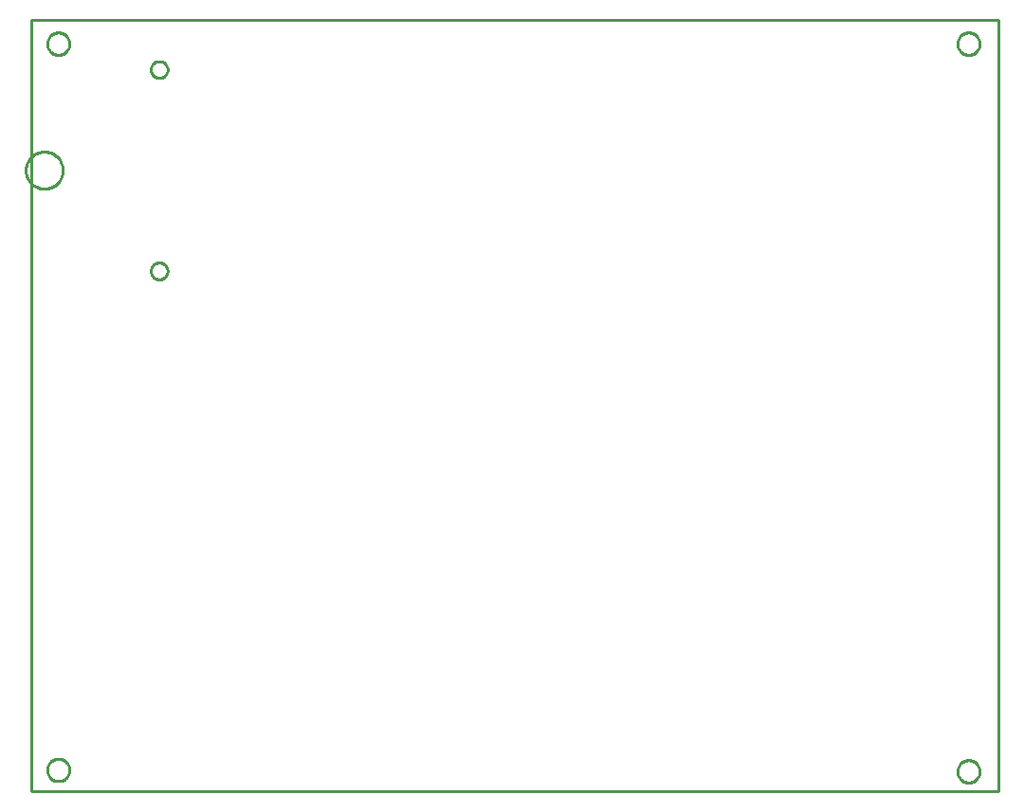
<source format=gbr>
G04 EAGLE Gerber RS-274X export*
G75*
%MOMM*%
%FSLAX34Y34*%
%LPD*%
%IN*%
%IPPOS*%
%AMOC8*
5,1,8,0,0,1.08239X$1,22.5*%
G01*
%ADD10C,0.254000*%


D10*
X0Y0D02*
X863400Y0D01*
X863400Y688850D01*
X0Y688850D01*
X0Y0D01*
X121700Y644532D02*
X121628Y643798D01*
X121484Y643075D01*
X121270Y642370D01*
X120988Y641689D01*
X120641Y641040D01*
X120231Y640427D01*
X119764Y639857D01*
X119243Y639336D01*
X118673Y638869D01*
X118060Y638459D01*
X117411Y638112D01*
X116730Y637830D01*
X116025Y637616D01*
X115302Y637472D01*
X114568Y637400D01*
X113832Y637400D01*
X113098Y637472D01*
X112375Y637616D01*
X111670Y637830D01*
X110989Y638112D01*
X110340Y638459D01*
X109727Y638869D01*
X109157Y639336D01*
X108636Y639857D01*
X108169Y640427D01*
X107759Y641040D01*
X107412Y641689D01*
X107130Y642370D01*
X106916Y643075D01*
X106772Y643798D01*
X106700Y644532D01*
X106700Y645268D01*
X106772Y646002D01*
X106916Y646725D01*
X107130Y647430D01*
X107412Y648111D01*
X107759Y648760D01*
X108169Y649373D01*
X108636Y649943D01*
X109157Y650464D01*
X109727Y650931D01*
X110340Y651341D01*
X110989Y651688D01*
X111670Y651970D01*
X112375Y652184D01*
X113098Y652328D01*
X113832Y652400D01*
X114568Y652400D01*
X115302Y652328D01*
X116025Y652184D01*
X116730Y651970D01*
X117411Y651688D01*
X118060Y651341D01*
X118673Y650931D01*
X119243Y650464D01*
X119764Y649943D01*
X120231Y649373D01*
X120641Y648760D01*
X120988Y648111D01*
X121270Y647430D01*
X121484Y646725D01*
X121628Y646002D01*
X121700Y645268D01*
X121700Y644532D01*
X121700Y464532D02*
X121628Y463798D01*
X121484Y463075D01*
X121270Y462370D01*
X120988Y461689D01*
X120641Y461040D01*
X120231Y460427D01*
X119764Y459857D01*
X119243Y459336D01*
X118673Y458869D01*
X118060Y458459D01*
X117411Y458112D01*
X116730Y457830D01*
X116025Y457616D01*
X115302Y457472D01*
X114568Y457400D01*
X113832Y457400D01*
X113098Y457472D01*
X112375Y457616D01*
X111670Y457830D01*
X110989Y458112D01*
X110340Y458459D01*
X109727Y458869D01*
X109157Y459336D01*
X108636Y459857D01*
X108169Y460427D01*
X107759Y461040D01*
X107412Y461689D01*
X107130Y462370D01*
X106916Y463075D01*
X106772Y463798D01*
X106700Y464532D01*
X106700Y465268D01*
X106772Y466002D01*
X106916Y466725D01*
X107130Y467430D01*
X107412Y468111D01*
X107759Y468760D01*
X108169Y469373D01*
X108636Y469943D01*
X109157Y470464D01*
X109727Y470931D01*
X110340Y471341D01*
X110989Y471688D01*
X111670Y471970D01*
X112375Y472184D01*
X113098Y472328D01*
X113832Y472400D01*
X114568Y472400D01*
X115302Y472328D01*
X116025Y472184D01*
X116730Y471970D01*
X117411Y471688D01*
X118060Y471341D01*
X118673Y470931D01*
X119243Y470464D01*
X119764Y469943D01*
X120231Y469373D01*
X120641Y468760D01*
X120988Y468111D01*
X121270Y467430D01*
X121484Y466725D01*
X121628Y466002D01*
X121700Y465268D01*
X121700Y464532D01*
X846930Y667583D02*
X846854Y666714D01*
X846702Y665854D01*
X846476Y665010D01*
X846178Y664190D01*
X845809Y663398D01*
X845372Y662642D01*
X844871Y661927D01*
X844310Y661258D01*
X843692Y660640D01*
X843023Y660079D01*
X842308Y659578D01*
X841552Y659141D01*
X840760Y658772D01*
X839940Y658474D01*
X839096Y658248D01*
X838237Y658096D01*
X837367Y658020D01*
X836493Y658020D01*
X835624Y658096D01*
X834764Y658248D01*
X833920Y658474D01*
X833100Y658772D01*
X832308Y659141D01*
X831552Y659578D01*
X830837Y660079D01*
X830168Y660640D01*
X829550Y661258D01*
X828989Y661927D01*
X828488Y662642D01*
X828051Y663398D01*
X827682Y664190D01*
X827384Y665010D01*
X827158Y665854D01*
X827006Y666714D01*
X826930Y667583D01*
X826930Y668457D01*
X827006Y669327D01*
X827158Y670186D01*
X827384Y671030D01*
X827682Y671850D01*
X828051Y672642D01*
X828488Y673398D01*
X828989Y674113D01*
X829550Y674782D01*
X830168Y675400D01*
X830837Y675961D01*
X831552Y676462D01*
X832308Y676899D01*
X833100Y677268D01*
X833920Y677566D01*
X834764Y677792D01*
X835624Y677944D01*
X836493Y678020D01*
X837367Y678020D01*
X838237Y677944D01*
X839096Y677792D01*
X839940Y677566D01*
X840760Y677268D01*
X841552Y676899D01*
X842308Y676462D01*
X843023Y675961D01*
X843692Y675400D01*
X844310Y674782D01*
X844871Y674113D01*
X845372Y673398D01*
X845809Y672642D01*
X846178Y671850D01*
X846476Y671030D01*
X846702Y670186D01*
X846854Y669327D01*
X846930Y668457D01*
X846930Y667583D01*
X34130Y667583D02*
X34054Y666714D01*
X33902Y665854D01*
X33676Y665010D01*
X33378Y664190D01*
X33009Y663398D01*
X32572Y662642D01*
X32071Y661927D01*
X31510Y661258D01*
X30892Y660640D01*
X30223Y660079D01*
X29508Y659578D01*
X28752Y659141D01*
X27960Y658772D01*
X27140Y658474D01*
X26296Y658248D01*
X25437Y658096D01*
X24567Y658020D01*
X23693Y658020D01*
X22824Y658096D01*
X21964Y658248D01*
X21120Y658474D01*
X20300Y658772D01*
X19508Y659141D01*
X18752Y659578D01*
X18037Y660079D01*
X17368Y660640D01*
X16750Y661258D01*
X16189Y661927D01*
X15688Y662642D01*
X15251Y663398D01*
X14882Y664190D01*
X14584Y665010D01*
X14358Y665854D01*
X14206Y666714D01*
X14130Y667583D01*
X14130Y668457D01*
X14206Y669327D01*
X14358Y670186D01*
X14584Y671030D01*
X14882Y671850D01*
X15251Y672642D01*
X15688Y673398D01*
X16189Y674113D01*
X16750Y674782D01*
X17368Y675400D01*
X18037Y675961D01*
X18752Y676462D01*
X19508Y676899D01*
X20300Y677268D01*
X21120Y677566D01*
X21964Y677792D01*
X22824Y677944D01*
X23693Y678020D01*
X24567Y678020D01*
X25437Y677944D01*
X26296Y677792D01*
X27140Y677566D01*
X27960Y677268D01*
X28752Y676899D01*
X29508Y676462D01*
X30223Y675961D01*
X30892Y675400D01*
X31510Y674782D01*
X32071Y674113D01*
X32572Y673398D01*
X33009Y672642D01*
X33378Y671850D01*
X33676Y671030D01*
X33902Y670186D01*
X34054Y669327D01*
X34130Y668457D01*
X34130Y667583D01*
X34130Y18613D02*
X34054Y17744D01*
X33902Y16884D01*
X33676Y16040D01*
X33378Y15220D01*
X33009Y14428D01*
X32572Y13672D01*
X32071Y12957D01*
X31510Y12288D01*
X30892Y11670D01*
X30223Y11109D01*
X29508Y10608D01*
X28752Y10171D01*
X27960Y9802D01*
X27140Y9504D01*
X26296Y9278D01*
X25437Y9126D01*
X24567Y9050D01*
X23693Y9050D01*
X22824Y9126D01*
X21964Y9278D01*
X21120Y9504D01*
X20300Y9802D01*
X19508Y10171D01*
X18752Y10608D01*
X18037Y11109D01*
X17368Y11670D01*
X16750Y12288D01*
X16189Y12957D01*
X15688Y13672D01*
X15251Y14428D01*
X14882Y15220D01*
X14584Y16040D01*
X14358Y16884D01*
X14206Y17744D01*
X14130Y18613D01*
X14130Y19487D01*
X14206Y20357D01*
X14358Y21216D01*
X14584Y22060D01*
X14882Y22880D01*
X15251Y23672D01*
X15688Y24428D01*
X16189Y25143D01*
X16750Y25812D01*
X17368Y26430D01*
X18037Y26991D01*
X18752Y27492D01*
X19508Y27929D01*
X20300Y28298D01*
X21120Y28596D01*
X21964Y28822D01*
X22824Y28974D01*
X23693Y29050D01*
X24567Y29050D01*
X25437Y28974D01*
X26296Y28822D01*
X27140Y28596D01*
X27960Y28298D01*
X28752Y27929D01*
X29508Y27492D01*
X30223Y26991D01*
X30892Y26430D01*
X31510Y25812D01*
X32071Y25143D01*
X32572Y24428D01*
X33009Y23672D01*
X33378Y22880D01*
X33676Y22060D01*
X33902Y21216D01*
X34054Y20357D01*
X34130Y19487D01*
X34130Y18613D01*
X846930Y17343D02*
X846854Y16474D01*
X846702Y15614D01*
X846476Y14770D01*
X846178Y13950D01*
X845809Y13158D01*
X845372Y12402D01*
X844871Y11687D01*
X844310Y11018D01*
X843692Y10400D01*
X843023Y9839D01*
X842308Y9338D01*
X841552Y8901D01*
X840760Y8532D01*
X839940Y8234D01*
X839096Y8008D01*
X838237Y7856D01*
X837367Y7780D01*
X836493Y7780D01*
X835624Y7856D01*
X834764Y8008D01*
X833920Y8234D01*
X833100Y8532D01*
X832308Y8901D01*
X831552Y9338D01*
X830837Y9839D01*
X830168Y10400D01*
X829550Y11018D01*
X828989Y11687D01*
X828488Y12402D01*
X828051Y13158D01*
X827682Y13950D01*
X827384Y14770D01*
X827158Y15614D01*
X827006Y16474D01*
X826930Y17343D01*
X826930Y18217D01*
X827006Y19087D01*
X827158Y19946D01*
X827384Y20790D01*
X827682Y21610D01*
X828051Y22402D01*
X828488Y23158D01*
X828989Y23873D01*
X829550Y24542D01*
X830168Y25160D01*
X830837Y25721D01*
X831552Y26222D01*
X832308Y26659D01*
X833100Y27028D01*
X833920Y27326D01*
X834764Y27552D01*
X835624Y27704D01*
X836493Y27780D01*
X837367Y27780D01*
X838237Y27704D01*
X839096Y27552D01*
X839940Y27326D01*
X840760Y27028D01*
X841552Y26659D01*
X842308Y26222D01*
X843023Y25721D01*
X843692Y25160D01*
X844310Y24542D01*
X844871Y23873D01*
X845372Y23158D01*
X845809Y22402D01*
X846178Y21610D01*
X846476Y20790D01*
X846702Y19946D01*
X846854Y19087D01*
X846930Y18217D01*
X846930Y17343D01*
X12180Y571410D02*
X13259Y571339D01*
X14331Y571198D01*
X15391Y570987D01*
X16435Y570708D01*
X17459Y570360D01*
X18457Y569946D01*
X19427Y569468D01*
X20363Y568928D01*
X21262Y568327D01*
X22119Y567669D01*
X22932Y566957D01*
X23697Y566192D01*
X24409Y565379D01*
X25067Y564522D01*
X25668Y563623D01*
X26208Y562687D01*
X26686Y561717D01*
X27100Y560719D01*
X27448Y559695D01*
X27727Y558651D01*
X27938Y557591D01*
X28079Y556519D01*
X28150Y555440D01*
X28150Y554360D01*
X28079Y553281D01*
X27938Y552209D01*
X27727Y551149D01*
X27448Y550105D01*
X27100Y549081D01*
X26686Y548083D01*
X26208Y547113D01*
X25668Y546177D01*
X25067Y545278D01*
X24409Y544421D01*
X23697Y543608D01*
X22932Y542844D01*
X22119Y542131D01*
X21262Y541473D01*
X20363Y540872D01*
X19427Y540332D01*
X18457Y539854D01*
X17459Y539440D01*
X16435Y539092D01*
X15391Y538813D01*
X14331Y538602D01*
X13259Y538461D01*
X12180Y538390D01*
X11100Y538390D01*
X10021Y538461D01*
X8949Y538602D01*
X7889Y538813D01*
X6845Y539092D01*
X5821Y539440D01*
X4823Y539854D01*
X3853Y540332D01*
X2917Y540872D01*
X2018Y541473D01*
X1161Y542131D01*
X348Y542844D01*
X-417Y543608D01*
X-1129Y544421D01*
X-1787Y545278D01*
X-2388Y546177D01*
X-2928Y547113D01*
X-3406Y548083D01*
X-3820Y549081D01*
X-4168Y550105D01*
X-4447Y551149D01*
X-4658Y552209D01*
X-4799Y553281D01*
X-4870Y554360D01*
X-4870Y555440D01*
X-4799Y556519D01*
X-4658Y557591D01*
X-4447Y558651D01*
X-4168Y559695D01*
X-3820Y560719D01*
X-3406Y561717D01*
X-2928Y562687D01*
X-2388Y563623D01*
X-1787Y564522D01*
X-1129Y565379D01*
X-417Y566192D01*
X348Y566957D01*
X1161Y567669D01*
X2018Y568327D01*
X2917Y568928D01*
X3853Y569468D01*
X4823Y569946D01*
X5821Y570360D01*
X6845Y570708D01*
X7889Y570987D01*
X8949Y571198D01*
X10021Y571339D01*
X11100Y571410D01*
X12180Y571410D01*
M02*

</source>
